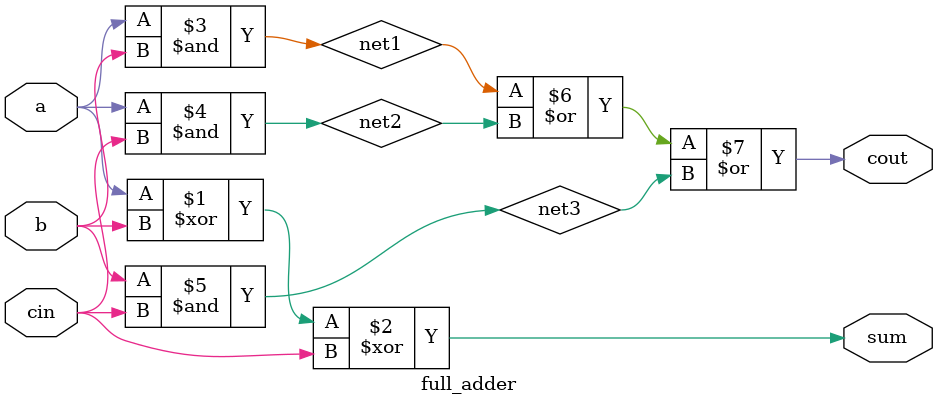
<source format=v>
module full_adder(cout, sum, a, b, cin);
  output cout, sum;
  input a, b, cin;
  xor x0(sum, a, b, cin);
  and a1(net1, a, b);
  and a2(net2, a, cin);
  and a3(net3, b, cin);
  or n4(cout, net1, net2, net3);
endmodule
</source>
